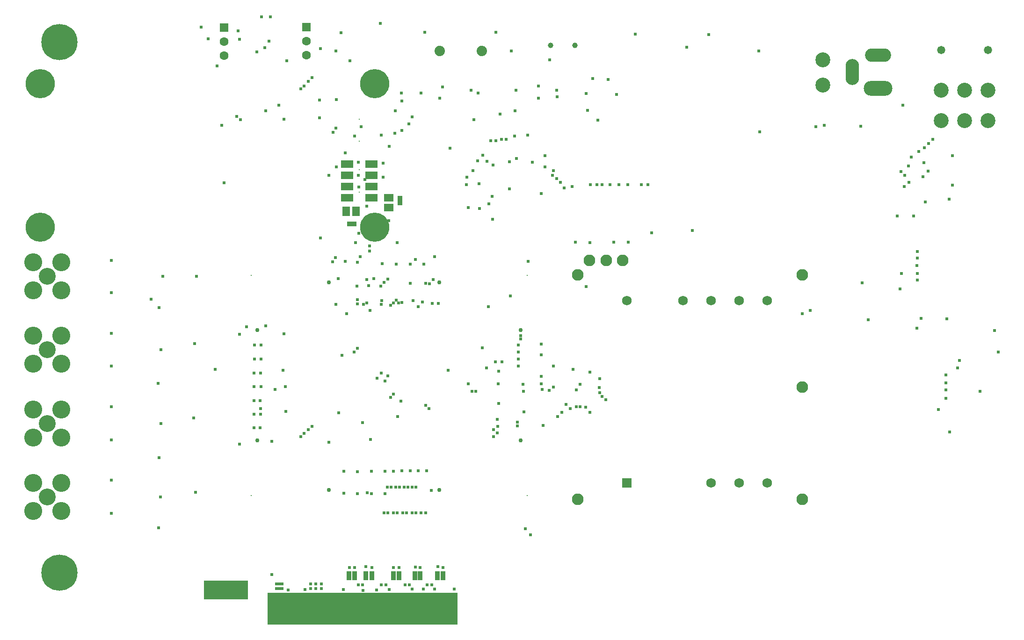
<source format=gbs>
%FSTAX23Y23*%
%MOIN*%
%SFA1B1*%

%IPPOS*%
%ADD79R,0.314960X0.135830*%
%ADD80R,1.354330X0.230320*%
%ADD105R,0.036000X0.173000*%
%ADD106R,0.036000X0.134000*%
%ADD116R,0.065090X0.053280*%
%ADD118R,0.033200X0.034770*%
%ADD125R,0.053280X0.065090*%
%ADD126R,0.034770X0.033200*%
%ADD131R,0.090870X0.052090*%
%ADD133C,0.039500*%
%ADD134C,0.073980*%
%ADD135C,0.008000*%
%ADD136C,0.069020*%
%ADD137R,0.069020X0.069020*%
%ADD138C,0.083000*%
%ADD139C,0.106420*%
%ADD140O,0.096580X0.185170*%
%ADD141O,0.185170X0.096580*%
%ADD142O,0.204850X0.106420*%
%ADD143C,0.120000*%
%ADD144C,0.128000*%
%ADD145R,0.008000X0.008000*%
%ADD146C,0.029660*%
%ADD147C,0.063000*%
%ADD148R,0.063000X0.063000*%
%ADD149C,0.058000*%
%ADD150C,0.258000*%
%ADD151C,0.024000*%
%ADD152C,0.208000*%
%LNgrandmaster-1*%
%LPD*%
G54D79*
X0147Y00245D03*
G54D80*
X02446Y00111D03*
G54D105*
X01915Y00137D03*
X02545D03*
X02624D03*
X02899D03*
X03057D03*
X02742D03*
X02938D03*
X02781D03*
X02309D03*
X02427D03*
X02584D03*
X02072D03*
X02033D03*
X01994D03*
X01954D03*
X0219D03*
X02348D03*
X02387D03*
X02466D03*
X02505D03*
X0282D03*
X02663D03*
X0286D03*
X02978D03*
X03017D03*
X02702D03*
X02112D03*
X02151D03*
X01836D03*
X01875D03*
X03096D03*
G54D106*
X01797Y00157D03*
G54D116*
X02632Y02971D03*
Y03042D03*
G54D118*
X02349Y00329D03*
Y00362D03*
X02389D03*
Y00329D03*
X02468D03*
Y00362D03*
X02511D03*
Y00329D03*
X02664Y00362D03*
Y00329D03*
X02704Y00362D03*
Y00329D03*
X02819Y00362D03*
Y00329D03*
X02854D03*
Y00362D03*
X02979D03*
Y00329D03*
X03019Y00362D03*
Y00329D03*
X02711Y03003D03*
Y03036D03*
G54D125*
X02398Y02944D03*
X02327D03*
G54D126*
X02385Y02854D03*
X02351D03*
G54D131*
X02334Y03279D03*
Y032D03*
Y03121D03*
Y03042D03*
X02509Y03279D03*
Y03121D03*
Y032D03*
Y03042D03*
G54D133*
X03958Y04126D03*
X03784D03*
G54D134*
X03294Y04086D03*
X02994D03*
G54D135*
X02422Y03082D03*
Y03239D03*
Y03601D03*
Y03443D03*
G54D136*
X05327Y02307D03*
X05127D03*
X04927D03*
X04727D03*
X04927Y01007D03*
X05127D03*
X04327Y02307D03*
X05327Y01007D03*
G54D137*
X04327Y01007D03*
G54D138*
X05578Y0089D03*
Y01689D03*
Y02489D03*
X03979D03*
Y0089D03*
X04062Y02595D03*
X0418D03*
X04298D03*
G54D139*
X05723Y04025D03*
Y03844D03*
X069Y03806D03*
Y03589D03*
X06734D03*
Y03806D03*
X06569Y03589D03*
Y03806D03*
G54D140*
X05934Y03937D03*
G54D141*
X06119Y04056D03*
G54D142*
X06119Y03819D03*
G54D143*
X00199Y00906D03*
Y02481D03*
Y01956D03*
Y01431D03*
G54D144*
X00299Y01006D03*
Y00806D03*
X00099D03*
Y01006D03*
X00299Y02581D03*
Y02381D03*
X00099D03*
Y02581D03*
X00299Y02056D03*
Y01856D03*
X00099D03*
Y02056D03*
X00299Y01531D03*
Y01331D03*
X00099D03*
Y01531D03*
G54D145*
X03617Y02486D03*
X01652Y00916D03*
X01651Y02486D03*
X03617Y00916D03*
G54D146*
X03571Y02097D03*
Y01309D03*
X02203Y02438D03*
X01696Y01309D03*
Y02097D03*
X02203Y00958D03*
X0299D03*
X0299Y02438D03*
G54D147*
X02043Y04157D03*
Y04057D03*
X01457Y04153D03*
Y04053D03*
G54D148*
X02043Y04257D03*
X01457Y04253D03*
G54D149*
X069Y04093D03*
X06569D03*
G54D150*
X00285Y04152D03*
Y00368D03*
G54D151*
X04039Y03784D03*
X02494Y02661D03*
X02692Y02721D03*
X02511Y00405D03*
X0261Y00279D03*
X02578D03*
X0298Y00409D03*
X02821Y00407D03*
X02748Y00282D03*
X02469Y0041D03*
X02905Y00279D03*
X02878Y00249D03*
X02692Y00795D03*
X02665D03*
X02854Y00405D03*
X02779Y00279D03*
X02665Y00405D03*
X02704D03*
X0235D03*
X02389D03*
X02937Y00279D03*
X02957Y00251D03*
X03019Y00405D03*
X0274Y00976D03*
X02767D03*
X02732Y00795D03*
X02681Y00976D03*
X02708D03*
X02447Y00242D03*
X02413Y00279D03*
X02444D03*
X02606Y00931D03*
X02625Y00795D03*
X02598D03*
X02636Y00247D03*
X02799Y00251D03*
X02826Y00976D03*
X02799D03*
X02649D03*
X02622D03*
X02759Y00795D03*
X02799D03*
X02826D03*
X02862D03*
X02893D03*
X02409Y01088D03*
X02311Y0109D03*
X02508Y00931D03*
X02409Y00932D03*
X02724Y01093D03*
X02784Y01094D03*
X02842Y01095D03*
X02546Y00244D03*
X03097Y00251D03*
X02475Y02291D03*
X0233Y02215D03*
X01798Y01304D03*
X02606Y01091D03*
X03554Y01841D03*
X03719Y01996D03*
X03894Y01566D03*
X03379Y01386D03*
X01721Y0189D03*
X01671Y01792D03*
X01674Y01989D03*
X02508Y0109D03*
X03413Y01573D03*
X0167Y01595D03*
X01754Y02126D03*
X02409Y02579D03*
X02586Y02569D03*
X03197Y01714D03*
X03439Y0187D03*
X03298Y01971D03*
X02985Y02287D03*
X02702Y02289D03*
X02821Y02601D03*
X01718Y01792D03*
X02881Y02566D03*
X03732Y01418D03*
X03554Y01891D03*
X02253Y02279D03*
X02272Y02463D03*
X01719Y01536D03*
X02311Y00934D03*
X03571Y02033D03*
X03554Y01991D03*
X02942Y02286D03*
X02841Y02263D03*
X02394Y0272D03*
X01567Y01285D03*
X01675Y01891D03*
X01568Y02067D03*
X02783Y02429D03*
X03719Y01921D03*
X03773Y01666D03*
X02599Y02436D03*
X02494Y02696D03*
X02894Y02431D03*
X02665Y01092D03*
X02475Y02456D03*
X03414Y01805D03*
X03404Y01363D03*
X02579Y02281D03*
X02685Y02311D03*
X0359Y01662D03*
X02404Y02412D03*
X02803Y02307D03*
X01716Y01399D03*
X01721Y01989D03*
X01619Y02121D03*
X03549Y01413D03*
X02488Y02413D03*
X02726Y02293D03*
X01822Y01674D03*
X0167Y01694D03*
X01884Y02071D03*
X02901Y01095D03*
X0292Y02428D03*
X01893Y01693D03*
X03594Y01514D03*
X0245Y02282D03*
X02409Y02314D03*
X02958Y02621D03*
X03406Y01461D03*
X0341Y01713D03*
X03252Y01661D03*
X02933Y00953D03*
X02871Y02297D03*
X02685Y02568D03*
X03571Y02058D03*
X03804Y0184D03*
X01879Y01811D03*
X03554Y01941D03*
X03392Y01871D03*
X03407Y01411D03*
X02575Y02412D03*
X02499Y02236D03*
X02409Y02283D03*
X02783Y02568D03*
X02948Y02456D03*
X03549Y01441D03*
X03718Y01713D03*
X02624Y02461D03*
X01897Y01516D03*
X03834Y01481D03*
X03864Y01511D03*
X03924Y01536D03*
X03719Y01766D03*
X03329Y01826D03*
X02645Y02274D03*
X02665Y02291D03*
X01721Y01694D03*
X01671Y01399D03*
X02581Y02308D03*
X03803Y01691D03*
X03224Y01661D03*
X02252Y02613D03*
X01718Y01497D03*
X01714Y01595D03*
X01671Y01497D03*
X02321Y02586D03*
X03379Y01336D03*
X01797Y00355D03*
X02034Y00246D03*
X01916Y00244D03*
X02309Y00246D03*
X0333Y03301D03*
X0412Y03594D03*
X01393Y01816D03*
X0099Y00687D03*
X04794Y02808D03*
X03183Y03135D03*
X03277Y02963D03*
X03197Y0297D03*
X03491Y03103D03*
X03188Y03187D03*
X0323Y03235D03*
X03358Y03448D03*
X03068Y03395D03*
X02419Y02788D03*
X02146Y02753D03*
X03275Y03141D03*
X03056Y01811D03*
X02413Y03295D03*
X02254Y03536D03*
X02579Y03486D03*
X02389Y03481D03*
X02321Y03361D03*
X02434Y03546D03*
X02634Y03406D03*
X02631Y02876D03*
X02591Y03186D03*
X0259Y03288D03*
X00996Y02256D03*
X02004Y01336D03*
X02028Y01361D03*
X02549Y01755D03*
X02418Y03118D03*
X02414Y03199D03*
X02462Y03172D03*
X02473Y0298D03*
X02146Y04103D03*
X02253Y04086D03*
X01408Y0398D03*
X01345Y04175D03*
X00996Y01187D03*
X00988Y01717D03*
X00937Y02317D03*
X02353Y04017D03*
X01726Y04329D03*
X01788D03*
X04477Y03135D03*
X04064Y02722D03*
X06628Y01372D03*
X04039Y02406D03*
X06974Y01939D03*
X04134Y01651D03*
X03994Y01551D03*
X04134Y01751D03*
X04151Y01623D03*
X03968Y01671D03*
X03969Y01552D03*
X03944Y01816D03*
X04131Y01686D03*
X04179Y01601D03*
X04034Y01546D03*
X03996Y01711D03*
X04064Y01796D03*
Y01511D03*
X03263Y03303D03*
X0396Y02724D03*
X01569Y04171D03*
X02076Y00255D03*
Y00287D03*
X02112D03*
X02151D03*
X02112Y00255D03*
X02151D03*
X01832D03*
X01852D03*
X01872D03*
X01832Y00287D03*
X01852D03*
X01872D03*
X06253Y02909D03*
X06647Y03129D03*
X05267Y04088D03*
X04339Y02725D03*
X04503Y02789D03*
X02231Y02584D03*
X05994Y03552D03*
X04049Y03665D03*
X03829Y03806D03*
X05577Y02214D03*
X02694Y01481D03*
X02384Y01941D03*
X0383Y03762D03*
X06334Y03266D03*
X03744Y03261D03*
X03395Y04222D03*
X04272Y03135D03*
X05634Y02236D03*
X02626Y0177D03*
X06304Y03121D03*
X03939D03*
X02139Y03738D03*
X04208Y03135D03*
X02604Y01734D03*
X06626Y03032D03*
X04152Y03135D03*
X02299Y01916D03*
X02724Y03521D03*
X01248Y02D03*
X02579Y0179D03*
X04068Y03135D03*
X02674Y03501D03*
X04234Y02725D03*
X06456Y03009D03*
X01691Y04079D03*
X03642Y00636D03*
X02259Y03261D03*
X03374Y03273D03*
X03368Y0305D03*
X06476Y03231D03*
X04333Y03135D03*
X01557Y04229D03*
X06282Y03226D03*
X03806Y03235D03*
X01261Y02482D03*
X04114Y03135D03*
X06648Y03341D03*
X02888Y04221D03*
X0337Y02888D03*
X02258Y03741D03*
X01749Y0411D03*
X0257Y04283D03*
X01459Y03147D03*
X0144Y03557D03*
X01903Y04018D03*
X0229Y04217D03*
X0388Y03109D03*
X03623Y02587D03*
X03622Y03486D03*
X03491Y03297D03*
X03542Y03319D03*
X03344Y02996D03*
X03744Y03342D03*
X03653Y03293D03*
X03394Y03447D03*
X03436Y03457D03*
X03717Y03072D03*
X02799Y03616D03*
X03589Y01711D03*
X05733Y03556D03*
X05676Y03546D03*
X03603Y00682D03*
X02478Y00937D03*
X06548Y01531D03*
X06602Y01612D03*
Y01672D03*
Y01722D03*
X06601Y01777D03*
X06685Y01828D03*
X06699Y01881D03*
X06949Y02095D03*
X06607Y02176D03*
X06395Y02111D03*
X06048Y02171D03*
X06004Y02434D03*
X06274Y02391D03*
X06398Y02453D03*
X06397Y02501D03*
X06396Y02556D03*
X06397Y0261D03*
X06398Y02657D03*
X06372Y02909D03*
X0491Y04203D03*
X04387Y04206D03*
X03777Y04023D03*
X04085Y03892D03*
X04194Y03884D03*
X04431Y03135D03*
X0286Y03787D03*
X02724Y03729D03*
X03531Y0366D03*
X03269Y03788D03*
X01242Y01472D03*
X01256Y00942D03*
X00654Y0079D03*
X00655Y01028D03*
X00654Y01314D03*
X00653Y01551D03*
X00654Y01839D03*
Y02073D03*
Y02365D03*
X00653Y02593D03*
X02206Y01298D03*
X02205Y032D03*
X02502Y01316D03*
X02525Y02463D03*
X03342Y02263D03*
X03498Y02341D03*
X02429Y02621D03*
X01004Y00906D03*
X02446Y01437D03*
X01008Y0143D03*
X02409Y01967D03*
X01009Y01956D03*
X0102Y02481D03*
X02643Y01616D03*
X02666Y0164D03*
X01884Y03601D03*
X01754Y03661D03*
X03424Y03636D03*
X01549Y03621D03*
X03239Y03596D03*
X01574D03*
X03539Y03806D03*
X03219D03*
X02722Y03786D03*
X02139Y03611D03*
X02084Y03896D03*
X02083Y01411D03*
X02059Y01386D03*
Y03871D03*
X02029Y03836D03*
X01294Y04256D03*
X02004Y03816D03*
X02234Y03506D03*
X03529Y03481D03*
X05274Y03511D03*
X06284Y02501D03*
X02679Y03661D03*
X02774Y03566D03*
X02993Y03751D03*
X03699D03*
X03014Y03831D03*
X03699Y03836D03*
X04254Y03776D03*
X02894Y01561D03*
X02919Y01536D03*
X02274Y01506D03*
X02719Y01591D03*
X03724Y01675D03*
X06844Y01661D03*
X06424Y02181D03*
X06309Y03199D03*
X06339Y03151D03*
X04754Y04115D03*
X01779Y04156D03*
X03504Y04086D03*
X03854Y03151D03*
X03829Y03176D03*
X03799Y03201D03*
X06439Y03191D03*
X06354Y03331D03*
X06444Y03291D03*
X03302Y03344D03*
X06409Y03371D03*
X06447Y03396D03*
X06479Y03426D03*
X06509Y03456D03*
X03469D03*
X01849Y03701D03*
X06294D03*
G54D152*
X02531Y03853D03*
Y0283D03*
X00149D03*
Y03853D03*
M02*
</source>
